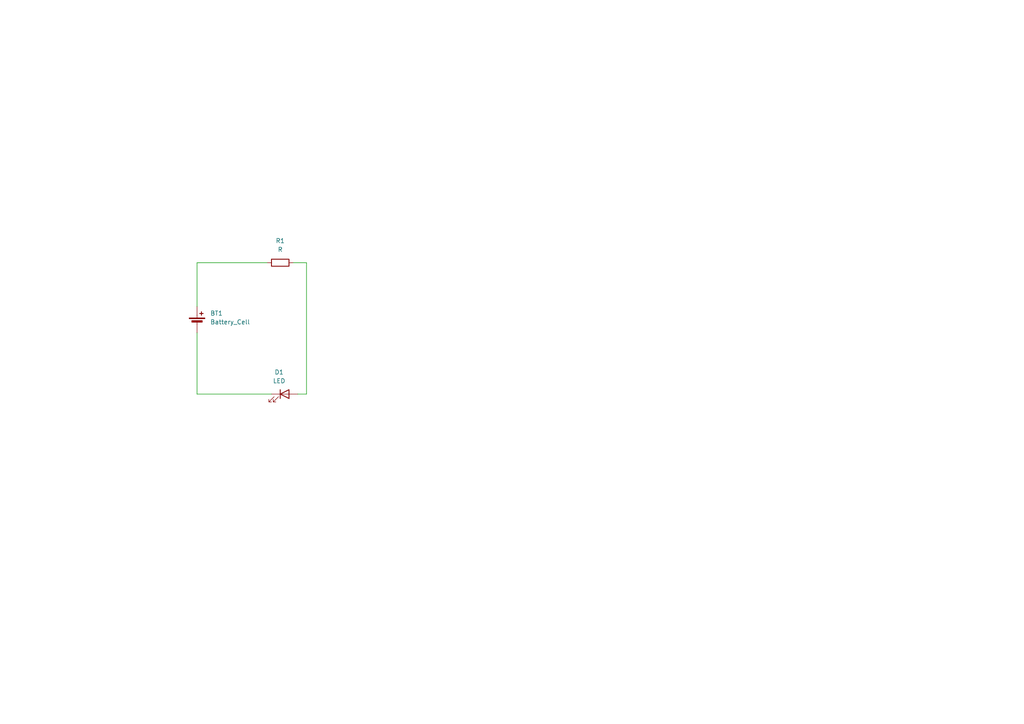
<source format=kicad_sch>
(kicad_sch (version 20231120) (generator "eeschema") (generator_version "8.0")
  (paper "A4")
  (lib_symbols
    (symbol "Device:Battery_Cell" (pin_numbers hide) (pin_names (offset 0) hide)
      (property "Reference" "BT" (at 2.54 2.54 0))
      (property "Value" "Battery_Cell" (at 2.54 0 0))
      (symbol "Battery_Cell_0_1"
        (rectangle (start -2.286 1.778) (end 2.286 1.524) (fill (type outline)))
        (rectangle (start -1.524 1.016) (end 1.524 0.508) (fill (type outline)))
        (polyline (pts (xy 0 0.762) (xy 0 0)))
        (polyline (pts (xy 0 1.778) (xy 0 2.54)))
        (polyline (pts (xy 0.762 3.048) (xy 1.778 3.048)) (stroke (width 0.254)))
        (polyline (pts (xy 1.27 3.556) (xy 1.27 2.54)) (stroke (width 0.254)))
      )
      (symbol "Battery_Cell_1_1"
        (pin passive line (at 0 5.08 270) (length 2.54) (name "+") (number "1"))
        (pin passive line (at 0 -2.54 90) (length 2.54) (name "-") (number "2"))
      )
    )
    (symbol "Device:LED" (pin_numbers hide) (pin_names (offset 1.016) hide)
      (property "Reference" "D" (at 0 2.54 0))
      (property "Value" "LED" (at 0 -2.54 0))
      (symbol "LED_0_1"
        (polyline (pts (xy -1.27 -1.27) (xy -1.27 1.27)) (stroke (width 0.254)))
        (polyline (pts (xy -1.27 0) (xy 1.27 0)))
        (polyline (pts (xy 1.27 -1.27) (xy 1.27 1.27) (xy -1.27 0) (xy 1.27 -1.27)) (stroke (width 0.254)))
        (polyline (pts (xy -3.048 -0.762) (xy -4.572 -2.286) (xy -3.81 -2.286) (xy -4.572 -2.286) (xy -4.572 -1.524)))
        (polyline (pts (xy -1.778 -0.762) (xy -3.302 -2.286) (xy -2.54 -2.286) (xy -3.302 -2.286) (xy -3.302 -1.524)))
      )
      (symbol "LED_1_1"
        (pin passive line (at -3.81 0 0) (length 2.54) (name "K") (number "1"))
        (pin passive line (at 3.81 0 180) (length 2.54) (name "A") (number "2"))
      )
    )
    (symbol "Device:R" (pin_numbers hide) (pin_names (offset 0))
      (property "Reference" "R" (at 2.032 0 90))
      (property "Value" "R" (at 0 0 90))
      (symbol "R_0_1"
        (rectangle (start -1.016 -2.54) (end 1.016 2.54) (stroke (width 0.254)))
      )
      (symbol "R_1_1"
        (pin passive line (at 0 3.81 270) (length 1.27) (name "~") (number "1"))
        (pin passive line (at 0 -3.81 90) (length 1.27) (name "~") (number "2"))
      )
    )
  )
  (wire (pts (xy 88.9 76.2) (xy 88.9 114.3)))
  (wire (pts (xy 57.15 76.2) (xy 77.47 76.2)))
  (wire (pts (xy 57.15 88.9) (xy 57.15 76.2)))
  (wire (pts (xy 88.9 114.3) (xy 86.36 114.3)))
  (wire (pts (xy 57.15 114.3) (xy 57.15 96.52)))
  (wire (pts (xy 85.09 76.2) (xy 88.9 76.2)))
  (wire (pts (xy 78.74 114.3) (xy 57.15 114.3)))
  (symbol (lib_id "Device:LED") (at 82.55 114.3 0) (unit 1)
    (property "Reference" "D1" (at 80.9625 107.95 0))
    (property "Value" "LED" (at 80.9625 110.49 0))
    (property "Footprint" "Diode_SMD:D_0805_2012Metric_Pad1.15x1.40mm_HandSolder" (effects (hide yes)))
    (property "Description" "Light emitting diode" (effects (hide yes)))
  )
  (symbol (lib_id "Device:Battery_Cell") (at 57.15 93.98 0) (unit 1)
    (property "Reference" "BT1" (at 60.96 90.8684 0) (effects (justify left)))
    (property "Value" "Battery_Cell" (at 60.96 93.4084 0) (effects (justify left)))
    (property "Footprint" "Battery:BatteryHolder_Seiko_MS621F" (effects (hide yes)))
    (property "Description" "Single-cell battery" (effects (hide yes)))
  )
  (symbol (lib_id "Device:R") (at 81.28 76.2 270) (unit 1)
    (property "Reference" "R1" (at 81.28 69.85 90))
    (property "Value" "R" (at 81.28 72.39 90))
    (property "Footprint" "Resistor_SMD:R_0805_2012Metric_Pad1.20x1.40mm_HandSolder" (effects (hide yes)))
    (property "Description" "Resistor" (effects (hide yes)))
  )
)
</source>
